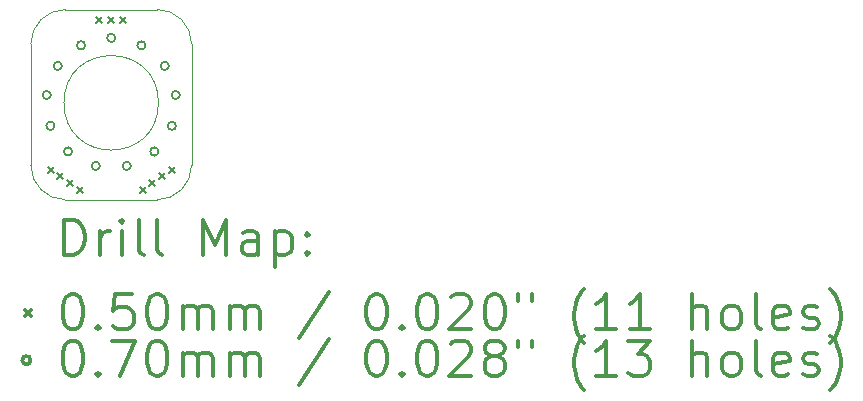
<source format=gbr>
%FSLAX45Y45*%
G04 Gerber Fmt 4.5, Leading zero omitted, Abs format (unit mm)*
G04 Created by KiCad (PCBNEW (5.1.8)-1) date 2021-07-10 07:55:57*
%MOMM*%
%LPD*%
G01*
G04 APERTURE LIST*
%TA.AperFunction,Profile*%
%ADD10C,0.050000*%
%TD*%
%ADD11C,0.200000*%
%ADD12C,0.300000*%
G04 APERTURE END LIST*
D10*
X10680000Y-10530000D02*
G75*
G02*
X10390000Y-10820000I-290000J0D01*
G01*
X9610000Y-10820000D02*
G75*
G02*
X9320000Y-10530000I0J290000D01*
G01*
X10390000Y-9210000D02*
G75*
G02*
X10680000Y-9500000I0J-290000D01*
G01*
X9320000Y-9500000D02*
G75*
G02*
X9610000Y-9210000I290000J0D01*
G01*
X10400000Y-10000000D02*
G75*
G03*
X10400000Y-10000000I-400000J0D01*
G01*
X10390000Y-10820000D02*
X9610000Y-10820000D01*
X10680000Y-9500000D02*
X10680000Y-10530000D01*
X9610000Y-9210000D02*
X10390000Y-9210000D01*
X9320000Y-10530000D02*
X9320000Y-9500000D01*
D11*
X9463219Y-10540004D02*
X9513219Y-10590004D01*
X9513219Y-10540004D02*
X9463219Y-10590004D01*
X9545134Y-10597362D02*
X9595134Y-10647362D01*
X9595134Y-10597362D02*
X9545134Y-10647362D01*
X9627049Y-10654720D02*
X9677049Y-10704720D01*
X9677049Y-10654720D02*
X9627049Y-10704720D01*
X9708964Y-10712077D02*
X9758964Y-10762077D01*
X9758964Y-10712077D02*
X9708964Y-10762077D01*
X9875000Y-9275000D02*
X9925000Y-9325000D01*
X9925000Y-9275000D02*
X9875000Y-9325000D01*
X9975000Y-9275000D02*
X10025000Y-9325000D01*
X10025000Y-9275000D02*
X9975000Y-9325000D01*
X10075000Y-9275000D02*
X10125000Y-9325000D01*
X10125000Y-9275000D02*
X10075000Y-9325000D01*
X10241036Y-10712077D02*
X10291036Y-10762077D01*
X10291036Y-10712077D02*
X10241036Y-10762077D01*
X10322951Y-10654720D02*
X10372951Y-10704720D01*
X10372951Y-10654720D02*
X10322951Y-10704720D01*
X10404866Y-10597362D02*
X10454866Y-10647362D01*
X10454866Y-10597362D02*
X10404866Y-10647362D01*
X10486781Y-10540004D02*
X10536781Y-10590004D01*
X10536781Y-10540004D02*
X10486781Y-10590004D01*
X9489010Y-9933705D02*
G75*
G03*
X9489010Y-9933705I-35000J0D01*
G01*
X9520741Y-10195033D02*
G75*
G03*
X9520741Y-10195033I-35000J0D01*
G01*
X9582359Y-9687564D02*
G75*
G03*
X9582359Y-9687564I-35000J0D01*
G01*
X9670283Y-10411681D02*
G75*
G03*
X9670283Y-10411681I-35000J0D01*
G01*
X9779402Y-9512999D02*
G75*
G03*
X9779402Y-9512999I-35000J0D01*
G01*
X9903376Y-10534018D02*
G75*
G03*
X9903376Y-10534018I-35000J0D01*
G01*
X10035000Y-9450000D02*
G75*
G03*
X10035000Y-9450000I-35000J0D01*
G01*
X10166624Y-10534018D02*
G75*
G03*
X10166624Y-10534018I-35000J0D01*
G01*
X10290598Y-9512999D02*
G75*
G03*
X10290598Y-9512999I-35000J0D01*
G01*
X10399718Y-10411681D02*
G75*
G03*
X10399718Y-10411681I-35000J0D01*
G01*
X10487641Y-9687564D02*
G75*
G03*
X10487641Y-9687564I-35000J0D01*
G01*
X10549259Y-10195033D02*
G75*
G03*
X10549259Y-10195033I-35000J0D01*
G01*
X10580990Y-9933705D02*
G75*
G03*
X10580990Y-9933705I-35000J0D01*
G01*
D12*
X9603928Y-11288214D02*
X9603928Y-10988214D01*
X9675357Y-10988214D01*
X9718214Y-11002500D01*
X9746786Y-11031072D01*
X9761071Y-11059643D01*
X9775357Y-11116786D01*
X9775357Y-11159643D01*
X9761071Y-11216786D01*
X9746786Y-11245357D01*
X9718214Y-11273929D01*
X9675357Y-11288214D01*
X9603928Y-11288214D01*
X9903928Y-11288214D02*
X9903928Y-11088214D01*
X9903928Y-11145357D02*
X9918214Y-11116786D01*
X9932500Y-11102500D01*
X9961071Y-11088214D01*
X9989643Y-11088214D01*
X10089643Y-11288214D02*
X10089643Y-11088214D01*
X10089643Y-10988214D02*
X10075357Y-11002500D01*
X10089643Y-11016786D01*
X10103928Y-11002500D01*
X10089643Y-10988214D01*
X10089643Y-11016786D01*
X10275357Y-11288214D02*
X10246786Y-11273929D01*
X10232500Y-11245357D01*
X10232500Y-10988214D01*
X10432500Y-11288214D02*
X10403928Y-11273929D01*
X10389643Y-11245357D01*
X10389643Y-10988214D01*
X10775357Y-11288214D02*
X10775357Y-10988214D01*
X10875357Y-11202500D01*
X10975357Y-10988214D01*
X10975357Y-11288214D01*
X11246786Y-11288214D02*
X11246786Y-11131072D01*
X11232500Y-11102500D01*
X11203928Y-11088214D01*
X11146786Y-11088214D01*
X11118214Y-11102500D01*
X11246786Y-11273929D02*
X11218214Y-11288214D01*
X11146786Y-11288214D01*
X11118214Y-11273929D01*
X11103928Y-11245357D01*
X11103928Y-11216786D01*
X11118214Y-11188214D01*
X11146786Y-11173929D01*
X11218214Y-11173929D01*
X11246786Y-11159643D01*
X11389643Y-11088214D02*
X11389643Y-11388214D01*
X11389643Y-11102500D02*
X11418214Y-11088214D01*
X11475357Y-11088214D01*
X11503928Y-11102500D01*
X11518214Y-11116786D01*
X11532500Y-11145357D01*
X11532500Y-11231071D01*
X11518214Y-11259643D01*
X11503928Y-11273929D01*
X11475357Y-11288214D01*
X11418214Y-11288214D01*
X11389643Y-11273929D01*
X11661071Y-11259643D02*
X11675357Y-11273929D01*
X11661071Y-11288214D01*
X11646786Y-11273929D01*
X11661071Y-11259643D01*
X11661071Y-11288214D01*
X11661071Y-11102500D02*
X11675357Y-11116786D01*
X11661071Y-11131072D01*
X11646786Y-11116786D01*
X11661071Y-11102500D01*
X11661071Y-11131072D01*
X9267500Y-11757500D02*
X9317500Y-11807500D01*
X9317500Y-11757500D02*
X9267500Y-11807500D01*
X9661071Y-11618214D02*
X9689643Y-11618214D01*
X9718214Y-11632500D01*
X9732500Y-11646786D01*
X9746786Y-11675357D01*
X9761071Y-11732500D01*
X9761071Y-11803929D01*
X9746786Y-11861071D01*
X9732500Y-11889643D01*
X9718214Y-11903929D01*
X9689643Y-11918214D01*
X9661071Y-11918214D01*
X9632500Y-11903929D01*
X9618214Y-11889643D01*
X9603928Y-11861071D01*
X9589643Y-11803929D01*
X9589643Y-11732500D01*
X9603928Y-11675357D01*
X9618214Y-11646786D01*
X9632500Y-11632500D01*
X9661071Y-11618214D01*
X9889643Y-11889643D02*
X9903928Y-11903929D01*
X9889643Y-11918214D01*
X9875357Y-11903929D01*
X9889643Y-11889643D01*
X9889643Y-11918214D01*
X10175357Y-11618214D02*
X10032500Y-11618214D01*
X10018214Y-11761071D01*
X10032500Y-11746786D01*
X10061071Y-11732500D01*
X10132500Y-11732500D01*
X10161071Y-11746786D01*
X10175357Y-11761071D01*
X10189643Y-11789643D01*
X10189643Y-11861071D01*
X10175357Y-11889643D01*
X10161071Y-11903929D01*
X10132500Y-11918214D01*
X10061071Y-11918214D01*
X10032500Y-11903929D01*
X10018214Y-11889643D01*
X10375357Y-11618214D02*
X10403928Y-11618214D01*
X10432500Y-11632500D01*
X10446786Y-11646786D01*
X10461071Y-11675357D01*
X10475357Y-11732500D01*
X10475357Y-11803929D01*
X10461071Y-11861071D01*
X10446786Y-11889643D01*
X10432500Y-11903929D01*
X10403928Y-11918214D01*
X10375357Y-11918214D01*
X10346786Y-11903929D01*
X10332500Y-11889643D01*
X10318214Y-11861071D01*
X10303928Y-11803929D01*
X10303928Y-11732500D01*
X10318214Y-11675357D01*
X10332500Y-11646786D01*
X10346786Y-11632500D01*
X10375357Y-11618214D01*
X10603928Y-11918214D02*
X10603928Y-11718214D01*
X10603928Y-11746786D02*
X10618214Y-11732500D01*
X10646786Y-11718214D01*
X10689643Y-11718214D01*
X10718214Y-11732500D01*
X10732500Y-11761071D01*
X10732500Y-11918214D01*
X10732500Y-11761071D02*
X10746786Y-11732500D01*
X10775357Y-11718214D01*
X10818214Y-11718214D01*
X10846786Y-11732500D01*
X10861071Y-11761071D01*
X10861071Y-11918214D01*
X11003928Y-11918214D02*
X11003928Y-11718214D01*
X11003928Y-11746786D02*
X11018214Y-11732500D01*
X11046786Y-11718214D01*
X11089643Y-11718214D01*
X11118214Y-11732500D01*
X11132500Y-11761071D01*
X11132500Y-11918214D01*
X11132500Y-11761071D02*
X11146786Y-11732500D01*
X11175357Y-11718214D01*
X11218214Y-11718214D01*
X11246786Y-11732500D01*
X11261071Y-11761071D01*
X11261071Y-11918214D01*
X11846786Y-11603929D02*
X11589643Y-11989643D01*
X12232500Y-11618214D02*
X12261071Y-11618214D01*
X12289643Y-11632500D01*
X12303928Y-11646786D01*
X12318214Y-11675357D01*
X12332500Y-11732500D01*
X12332500Y-11803929D01*
X12318214Y-11861071D01*
X12303928Y-11889643D01*
X12289643Y-11903929D01*
X12261071Y-11918214D01*
X12232500Y-11918214D01*
X12203928Y-11903929D01*
X12189643Y-11889643D01*
X12175357Y-11861071D01*
X12161071Y-11803929D01*
X12161071Y-11732500D01*
X12175357Y-11675357D01*
X12189643Y-11646786D01*
X12203928Y-11632500D01*
X12232500Y-11618214D01*
X12461071Y-11889643D02*
X12475357Y-11903929D01*
X12461071Y-11918214D01*
X12446786Y-11903929D01*
X12461071Y-11889643D01*
X12461071Y-11918214D01*
X12661071Y-11618214D02*
X12689643Y-11618214D01*
X12718214Y-11632500D01*
X12732500Y-11646786D01*
X12746786Y-11675357D01*
X12761071Y-11732500D01*
X12761071Y-11803929D01*
X12746786Y-11861071D01*
X12732500Y-11889643D01*
X12718214Y-11903929D01*
X12689643Y-11918214D01*
X12661071Y-11918214D01*
X12632500Y-11903929D01*
X12618214Y-11889643D01*
X12603928Y-11861071D01*
X12589643Y-11803929D01*
X12589643Y-11732500D01*
X12603928Y-11675357D01*
X12618214Y-11646786D01*
X12632500Y-11632500D01*
X12661071Y-11618214D01*
X12875357Y-11646786D02*
X12889643Y-11632500D01*
X12918214Y-11618214D01*
X12989643Y-11618214D01*
X13018214Y-11632500D01*
X13032500Y-11646786D01*
X13046786Y-11675357D01*
X13046786Y-11703929D01*
X13032500Y-11746786D01*
X12861071Y-11918214D01*
X13046786Y-11918214D01*
X13232500Y-11618214D02*
X13261071Y-11618214D01*
X13289643Y-11632500D01*
X13303928Y-11646786D01*
X13318214Y-11675357D01*
X13332500Y-11732500D01*
X13332500Y-11803929D01*
X13318214Y-11861071D01*
X13303928Y-11889643D01*
X13289643Y-11903929D01*
X13261071Y-11918214D01*
X13232500Y-11918214D01*
X13203928Y-11903929D01*
X13189643Y-11889643D01*
X13175357Y-11861071D01*
X13161071Y-11803929D01*
X13161071Y-11732500D01*
X13175357Y-11675357D01*
X13189643Y-11646786D01*
X13203928Y-11632500D01*
X13232500Y-11618214D01*
X13446786Y-11618214D02*
X13446786Y-11675357D01*
X13561071Y-11618214D02*
X13561071Y-11675357D01*
X14003928Y-12032500D02*
X13989643Y-12018214D01*
X13961071Y-11975357D01*
X13946786Y-11946786D01*
X13932500Y-11903929D01*
X13918214Y-11832500D01*
X13918214Y-11775357D01*
X13932500Y-11703929D01*
X13946786Y-11661071D01*
X13961071Y-11632500D01*
X13989643Y-11589643D01*
X14003928Y-11575357D01*
X14275357Y-11918214D02*
X14103928Y-11918214D01*
X14189643Y-11918214D02*
X14189643Y-11618214D01*
X14161071Y-11661071D01*
X14132500Y-11689643D01*
X14103928Y-11703929D01*
X14561071Y-11918214D02*
X14389643Y-11918214D01*
X14475357Y-11918214D02*
X14475357Y-11618214D01*
X14446786Y-11661071D01*
X14418214Y-11689643D01*
X14389643Y-11703929D01*
X14918214Y-11918214D02*
X14918214Y-11618214D01*
X15046786Y-11918214D02*
X15046786Y-11761071D01*
X15032500Y-11732500D01*
X15003928Y-11718214D01*
X14961071Y-11718214D01*
X14932500Y-11732500D01*
X14918214Y-11746786D01*
X15232500Y-11918214D02*
X15203928Y-11903929D01*
X15189643Y-11889643D01*
X15175357Y-11861071D01*
X15175357Y-11775357D01*
X15189643Y-11746786D01*
X15203928Y-11732500D01*
X15232500Y-11718214D01*
X15275357Y-11718214D01*
X15303928Y-11732500D01*
X15318214Y-11746786D01*
X15332500Y-11775357D01*
X15332500Y-11861071D01*
X15318214Y-11889643D01*
X15303928Y-11903929D01*
X15275357Y-11918214D01*
X15232500Y-11918214D01*
X15503928Y-11918214D02*
X15475357Y-11903929D01*
X15461071Y-11875357D01*
X15461071Y-11618214D01*
X15732500Y-11903929D02*
X15703928Y-11918214D01*
X15646786Y-11918214D01*
X15618214Y-11903929D01*
X15603928Y-11875357D01*
X15603928Y-11761071D01*
X15618214Y-11732500D01*
X15646786Y-11718214D01*
X15703928Y-11718214D01*
X15732500Y-11732500D01*
X15746786Y-11761071D01*
X15746786Y-11789643D01*
X15603928Y-11818214D01*
X15861071Y-11903929D02*
X15889643Y-11918214D01*
X15946786Y-11918214D01*
X15975357Y-11903929D01*
X15989643Y-11875357D01*
X15989643Y-11861071D01*
X15975357Y-11832500D01*
X15946786Y-11818214D01*
X15903928Y-11818214D01*
X15875357Y-11803929D01*
X15861071Y-11775357D01*
X15861071Y-11761071D01*
X15875357Y-11732500D01*
X15903928Y-11718214D01*
X15946786Y-11718214D01*
X15975357Y-11732500D01*
X16089643Y-12032500D02*
X16103928Y-12018214D01*
X16132500Y-11975357D01*
X16146786Y-11946786D01*
X16161071Y-11903929D01*
X16175357Y-11832500D01*
X16175357Y-11775357D01*
X16161071Y-11703929D01*
X16146786Y-11661071D01*
X16132500Y-11632500D01*
X16103928Y-11589643D01*
X16089643Y-11575357D01*
X9317500Y-12178500D02*
G75*
G03*
X9317500Y-12178500I-35000J0D01*
G01*
X9661071Y-12014214D02*
X9689643Y-12014214D01*
X9718214Y-12028500D01*
X9732500Y-12042786D01*
X9746786Y-12071357D01*
X9761071Y-12128500D01*
X9761071Y-12199929D01*
X9746786Y-12257071D01*
X9732500Y-12285643D01*
X9718214Y-12299929D01*
X9689643Y-12314214D01*
X9661071Y-12314214D01*
X9632500Y-12299929D01*
X9618214Y-12285643D01*
X9603928Y-12257071D01*
X9589643Y-12199929D01*
X9589643Y-12128500D01*
X9603928Y-12071357D01*
X9618214Y-12042786D01*
X9632500Y-12028500D01*
X9661071Y-12014214D01*
X9889643Y-12285643D02*
X9903928Y-12299929D01*
X9889643Y-12314214D01*
X9875357Y-12299929D01*
X9889643Y-12285643D01*
X9889643Y-12314214D01*
X10003928Y-12014214D02*
X10203928Y-12014214D01*
X10075357Y-12314214D01*
X10375357Y-12014214D02*
X10403928Y-12014214D01*
X10432500Y-12028500D01*
X10446786Y-12042786D01*
X10461071Y-12071357D01*
X10475357Y-12128500D01*
X10475357Y-12199929D01*
X10461071Y-12257071D01*
X10446786Y-12285643D01*
X10432500Y-12299929D01*
X10403928Y-12314214D01*
X10375357Y-12314214D01*
X10346786Y-12299929D01*
X10332500Y-12285643D01*
X10318214Y-12257071D01*
X10303928Y-12199929D01*
X10303928Y-12128500D01*
X10318214Y-12071357D01*
X10332500Y-12042786D01*
X10346786Y-12028500D01*
X10375357Y-12014214D01*
X10603928Y-12314214D02*
X10603928Y-12114214D01*
X10603928Y-12142786D02*
X10618214Y-12128500D01*
X10646786Y-12114214D01*
X10689643Y-12114214D01*
X10718214Y-12128500D01*
X10732500Y-12157071D01*
X10732500Y-12314214D01*
X10732500Y-12157071D02*
X10746786Y-12128500D01*
X10775357Y-12114214D01*
X10818214Y-12114214D01*
X10846786Y-12128500D01*
X10861071Y-12157071D01*
X10861071Y-12314214D01*
X11003928Y-12314214D02*
X11003928Y-12114214D01*
X11003928Y-12142786D02*
X11018214Y-12128500D01*
X11046786Y-12114214D01*
X11089643Y-12114214D01*
X11118214Y-12128500D01*
X11132500Y-12157071D01*
X11132500Y-12314214D01*
X11132500Y-12157071D02*
X11146786Y-12128500D01*
X11175357Y-12114214D01*
X11218214Y-12114214D01*
X11246786Y-12128500D01*
X11261071Y-12157071D01*
X11261071Y-12314214D01*
X11846786Y-11999929D02*
X11589643Y-12385643D01*
X12232500Y-12014214D02*
X12261071Y-12014214D01*
X12289643Y-12028500D01*
X12303928Y-12042786D01*
X12318214Y-12071357D01*
X12332500Y-12128500D01*
X12332500Y-12199929D01*
X12318214Y-12257071D01*
X12303928Y-12285643D01*
X12289643Y-12299929D01*
X12261071Y-12314214D01*
X12232500Y-12314214D01*
X12203928Y-12299929D01*
X12189643Y-12285643D01*
X12175357Y-12257071D01*
X12161071Y-12199929D01*
X12161071Y-12128500D01*
X12175357Y-12071357D01*
X12189643Y-12042786D01*
X12203928Y-12028500D01*
X12232500Y-12014214D01*
X12461071Y-12285643D02*
X12475357Y-12299929D01*
X12461071Y-12314214D01*
X12446786Y-12299929D01*
X12461071Y-12285643D01*
X12461071Y-12314214D01*
X12661071Y-12014214D02*
X12689643Y-12014214D01*
X12718214Y-12028500D01*
X12732500Y-12042786D01*
X12746786Y-12071357D01*
X12761071Y-12128500D01*
X12761071Y-12199929D01*
X12746786Y-12257071D01*
X12732500Y-12285643D01*
X12718214Y-12299929D01*
X12689643Y-12314214D01*
X12661071Y-12314214D01*
X12632500Y-12299929D01*
X12618214Y-12285643D01*
X12603928Y-12257071D01*
X12589643Y-12199929D01*
X12589643Y-12128500D01*
X12603928Y-12071357D01*
X12618214Y-12042786D01*
X12632500Y-12028500D01*
X12661071Y-12014214D01*
X12875357Y-12042786D02*
X12889643Y-12028500D01*
X12918214Y-12014214D01*
X12989643Y-12014214D01*
X13018214Y-12028500D01*
X13032500Y-12042786D01*
X13046786Y-12071357D01*
X13046786Y-12099929D01*
X13032500Y-12142786D01*
X12861071Y-12314214D01*
X13046786Y-12314214D01*
X13218214Y-12142786D02*
X13189643Y-12128500D01*
X13175357Y-12114214D01*
X13161071Y-12085643D01*
X13161071Y-12071357D01*
X13175357Y-12042786D01*
X13189643Y-12028500D01*
X13218214Y-12014214D01*
X13275357Y-12014214D01*
X13303928Y-12028500D01*
X13318214Y-12042786D01*
X13332500Y-12071357D01*
X13332500Y-12085643D01*
X13318214Y-12114214D01*
X13303928Y-12128500D01*
X13275357Y-12142786D01*
X13218214Y-12142786D01*
X13189643Y-12157071D01*
X13175357Y-12171357D01*
X13161071Y-12199929D01*
X13161071Y-12257071D01*
X13175357Y-12285643D01*
X13189643Y-12299929D01*
X13218214Y-12314214D01*
X13275357Y-12314214D01*
X13303928Y-12299929D01*
X13318214Y-12285643D01*
X13332500Y-12257071D01*
X13332500Y-12199929D01*
X13318214Y-12171357D01*
X13303928Y-12157071D01*
X13275357Y-12142786D01*
X13446786Y-12014214D02*
X13446786Y-12071357D01*
X13561071Y-12014214D02*
X13561071Y-12071357D01*
X14003928Y-12428500D02*
X13989643Y-12414214D01*
X13961071Y-12371357D01*
X13946786Y-12342786D01*
X13932500Y-12299929D01*
X13918214Y-12228500D01*
X13918214Y-12171357D01*
X13932500Y-12099929D01*
X13946786Y-12057071D01*
X13961071Y-12028500D01*
X13989643Y-11985643D01*
X14003928Y-11971357D01*
X14275357Y-12314214D02*
X14103928Y-12314214D01*
X14189643Y-12314214D02*
X14189643Y-12014214D01*
X14161071Y-12057071D01*
X14132500Y-12085643D01*
X14103928Y-12099929D01*
X14375357Y-12014214D02*
X14561071Y-12014214D01*
X14461071Y-12128500D01*
X14503928Y-12128500D01*
X14532500Y-12142786D01*
X14546786Y-12157071D01*
X14561071Y-12185643D01*
X14561071Y-12257071D01*
X14546786Y-12285643D01*
X14532500Y-12299929D01*
X14503928Y-12314214D01*
X14418214Y-12314214D01*
X14389643Y-12299929D01*
X14375357Y-12285643D01*
X14918214Y-12314214D02*
X14918214Y-12014214D01*
X15046786Y-12314214D02*
X15046786Y-12157071D01*
X15032500Y-12128500D01*
X15003928Y-12114214D01*
X14961071Y-12114214D01*
X14932500Y-12128500D01*
X14918214Y-12142786D01*
X15232500Y-12314214D02*
X15203928Y-12299929D01*
X15189643Y-12285643D01*
X15175357Y-12257071D01*
X15175357Y-12171357D01*
X15189643Y-12142786D01*
X15203928Y-12128500D01*
X15232500Y-12114214D01*
X15275357Y-12114214D01*
X15303928Y-12128500D01*
X15318214Y-12142786D01*
X15332500Y-12171357D01*
X15332500Y-12257071D01*
X15318214Y-12285643D01*
X15303928Y-12299929D01*
X15275357Y-12314214D01*
X15232500Y-12314214D01*
X15503928Y-12314214D02*
X15475357Y-12299929D01*
X15461071Y-12271357D01*
X15461071Y-12014214D01*
X15732500Y-12299929D02*
X15703928Y-12314214D01*
X15646786Y-12314214D01*
X15618214Y-12299929D01*
X15603928Y-12271357D01*
X15603928Y-12157071D01*
X15618214Y-12128500D01*
X15646786Y-12114214D01*
X15703928Y-12114214D01*
X15732500Y-12128500D01*
X15746786Y-12157071D01*
X15746786Y-12185643D01*
X15603928Y-12214214D01*
X15861071Y-12299929D02*
X15889643Y-12314214D01*
X15946786Y-12314214D01*
X15975357Y-12299929D01*
X15989643Y-12271357D01*
X15989643Y-12257071D01*
X15975357Y-12228500D01*
X15946786Y-12214214D01*
X15903928Y-12214214D01*
X15875357Y-12199929D01*
X15861071Y-12171357D01*
X15861071Y-12157071D01*
X15875357Y-12128500D01*
X15903928Y-12114214D01*
X15946786Y-12114214D01*
X15975357Y-12128500D01*
X16089643Y-12428500D02*
X16103928Y-12414214D01*
X16132500Y-12371357D01*
X16146786Y-12342786D01*
X16161071Y-12299929D01*
X16175357Y-12228500D01*
X16175357Y-12171357D01*
X16161071Y-12099929D01*
X16146786Y-12057071D01*
X16132500Y-12028500D01*
X16103928Y-11985643D01*
X16089643Y-11971357D01*
M02*

</source>
